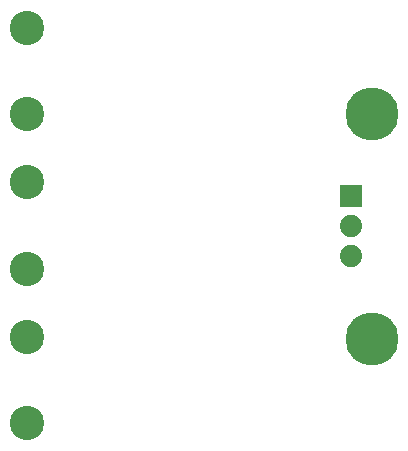
<source format=gbr>
%TF.GenerationSoftware,KiCad,Pcbnew,8.0.6*%
%TF.CreationDate,2024-11-13T20:54:41-08:00*%
%TF.ProjectId,Voltage_Regulator_for_ZX60-14LN-S+,566f6c74-6167-4655-9f52-6567756c6174,rev?*%
%TF.SameCoordinates,Original*%
%TF.FileFunction,Soldermask,Bot*%
%TF.FilePolarity,Negative*%
%FSLAX46Y46*%
G04 Gerber Fmt 4.6, Leading zero omitted, Abs format (unit mm)*
G04 Created by KiCad (PCBNEW 8.0.6) date 2024-11-13 20:54:41*
%MOMM*%
%LPD*%
G01*
G04 APERTURE LIST*
%ADD10C,2.910000*%
%ADD11R,1.890000X1.890000*%
%ADD12C,1.890000*%
%ADD13C,4.500000*%
G04 APERTURE END LIST*
D10*
%TO.C,J1*%
X135030000Y-88800000D03*
X135030000Y-81500000D03*
%TD*%
D11*
%TO.C,IC1*%
X162450000Y-95760000D03*
D12*
X162450000Y-98300000D03*
X162450000Y-100840000D03*
%TD*%
D10*
%TO.C,J3*%
X135030000Y-114950000D03*
X135030000Y-107650000D03*
%TD*%
%TO.C,J2*%
X135030000Y-101875000D03*
X135030000Y-94575000D03*
%TD*%
D13*
%TO.C,U1*%
X164259234Y-88821475D03*
X164259234Y-107821475D03*
%TD*%
M02*

</source>
